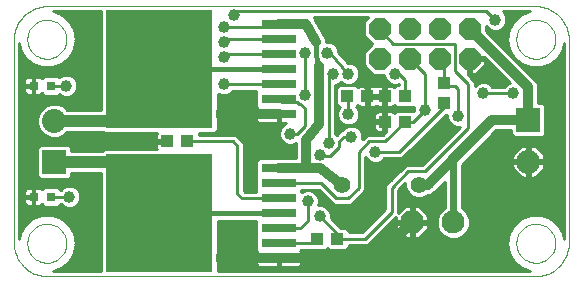
<source format=gtl>
G75*
G70*
%OFA0B0*%
%FSLAX24Y24*%
%IPPOS*%
%LPD*%
%AMOC8*
5,1,8,0,0,1.08239X$1,22.5*
%
%ADD10C,0.0000*%
%ADD11R,0.1181X0.0315*%
%ADD12R,0.3543X0.3937*%
%ADD13R,0.0394X0.0433*%
%ADD14R,0.0433X0.0394*%
%ADD15R,0.0315X0.0315*%
%ADD16R,0.0800X0.0800*%
%ADD17C,0.0800*%
%ADD18C,0.0760*%
%ADD19OC8,0.0760*%
%ADD20OC8,0.0740*%
%ADD21C,0.0400*%
%ADD22C,0.0160*%
%ADD23C,0.0320*%
%ADD24C,0.0240*%
%ADD25C,0.0554*%
%ADD26C,0.0397*%
%ADD27C,0.0100*%
%ADD28OC8,0.0436*%
D10*
X001269Y000756D02*
X017533Y000756D01*
X016901Y001856D02*
X016903Y001906D01*
X016909Y001956D01*
X016919Y002006D01*
X016932Y002054D01*
X016949Y002102D01*
X016970Y002148D01*
X016994Y002192D01*
X017022Y002234D01*
X017053Y002274D01*
X017087Y002311D01*
X017124Y002346D01*
X017163Y002377D01*
X017204Y002406D01*
X017248Y002431D01*
X017294Y002453D01*
X017341Y002471D01*
X017389Y002485D01*
X017438Y002496D01*
X017488Y002503D01*
X017538Y002506D01*
X017589Y002505D01*
X017639Y002500D01*
X017689Y002491D01*
X017737Y002479D01*
X017785Y002462D01*
X017831Y002442D01*
X017876Y002419D01*
X017919Y002392D01*
X017959Y002362D01*
X017997Y002329D01*
X018032Y002293D01*
X018065Y002254D01*
X018094Y002213D01*
X018120Y002170D01*
X018143Y002125D01*
X018162Y002078D01*
X018177Y002030D01*
X018189Y001981D01*
X018197Y001931D01*
X018201Y001881D01*
X018201Y001831D01*
X018197Y001781D01*
X018189Y001731D01*
X018177Y001682D01*
X018162Y001634D01*
X018143Y001587D01*
X018120Y001542D01*
X018094Y001499D01*
X018065Y001458D01*
X018032Y001419D01*
X017997Y001383D01*
X017959Y001350D01*
X017919Y001320D01*
X017876Y001293D01*
X017831Y001270D01*
X017785Y001250D01*
X017737Y001233D01*
X017689Y001221D01*
X017639Y001212D01*
X017589Y001207D01*
X017538Y001206D01*
X017488Y001209D01*
X017438Y001216D01*
X017389Y001227D01*
X017341Y001241D01*
X017294Y001259D01*
X017248Y001281D01*
X017204Y001306D01*
X017163Y001335D01*
X017124Y001366D01*
X017087Y001401D01*
X017053Y001438D01*
X017022Y001478D01*
X016994Y001520D01*
X016970Y001564D01*
X016949Y001610D01*
X016932Y001658D01*
X016919Y001706D01*
X016909Y001756D01*
X016903Y001806D01*
X016901Y001856D01*
X017533Y000756D02*
X017598Y000758D01*
X017663Y000764D01*
X017727Y000773D01*
X017791Y000786D01*
X017854Y000803D01*
X017915Y000823D01*
X017976Y000847D01*
X018035Y000875D01*
X018092Y000906D01*
X018147Y000940D01*
X018201Y000977D01*
X018252Y001018D01*
X018300Y001061D01*
X018346Y001107D01*
X018389Y001155D01*
X018430Y001206D01*
X018467Y001260D01*
X018501Y001315D01*
X018532Y001372D01*
X018560Y001431D01*
X018584Y001492D01*
X018604Y001553D01*
X018621Y001616D01*
X018634Y001680D01*
X018643Y001744D01*
X018649Y001809D01*
X018651Y001874D01*
X018651Y008638D01*
X016901Y008656D02*
X016903Y008706D01*
X016909Y008756D01*
X016919Y008806D01*
X016932Y008854D01*
X016949Y008902D01*
X016970Y008948D01*
X016994Y008992D01*
X017022Y009034D01*
X017053Y009074D01*
X017087Y009111D01*
X017124Y009146D01*
X017163Y009177D01*
X017204Y009206D01*
X017248Y009231D01*
X017294Y009253D01*
X017341Y009271D01*
X017389Y009285D01*
X017438Y009296D01*
X017488Y009303D01*
X017538Y009306D01*
X017589Y009305D01*
X017639Y009300D01*
X017689Y009291D01*
X017737Y009279D01*
X017785Y009262D01*
X017831Y009242D01*
X017876Y009219D01*
X017919Y009192D01*
X017959Y009162D01*
X017997Y009129D01*
X018032Y009093D01*
X018065Y009054D01*
X018094Y009013D01*
X018120Y008970D01*
X018143Y008925D01*
X018162Y008878D01*
X018177Y008830D01*
X018189Y008781D01*
X018197Y008731D01*
X018201Y008681D01*
X018201Y008631D01*
X018197Y008581D01*
X018189Y008531D01*
X018177Y008482D01*
X018162Y008434D01*
X018143Y008387D01*
X018120Y008342D01*
X018094Y008299D01*
X018065Y008258D01*
X018032Y008219D01*
X017997Y008183D01*
X017959Y008150D01*
X017919Y008120D01*
X017876Y008093D01*
X017831Y008070D01*
X017785Y008050D01*
X017737Y008033D01*
X017689Y008021D01*
X017639Y008012D01*
X017589Y008007D01*
X017538Y008006D01*
X017488Y008009D01*
X017438Y008016D01*
X017389Y008027D01*
X017341Y008041D01*
X017294Y008059D01*
X017248Y008081D01*
X017204Y008106D01*
X017163Y008135D01*
X017124Y008166D01*
X017087Y008201D01*
X017053Y008238D01*
X017022Y008278D01*
X016994Y008320D01*
X016970Y008364D01*
X016949Y008410D01*
X016932Y008458D01*
X016919Y008506D01*
X016909Y008556D01*
X016903Y008606D01*
X016901Y008656D01*
X017533Y009756D02*
X017598Y009754D01*
X017663Y009748D01*
X017727Y009739D01*
X017791Y009726D01*
X017854Y009709D01*
X017915Y009689D01*
X017976Y009665D01*
X018035Y009637D01*
X018092Y009606D01*
X018147Y009572D01*
X018201Y009535D01*
X018252Y009494D01*
X018300Y009451D01*
X018346Y009405D01*
X018389Y009357D01*
X018430Y009306D01*
X018467Y009252D01*
X018501Y009197D01*
X018532Y009140D01*
X018560Y009081D01*
X018584Y009020D01*
X018604Y008959D01*
X018621Y008896D01*
X018634Y008832D01*
X018643Y008768D01*
X018649Y008703D01*
X018651Y008638D01*
X017533Y009756D02*
X001269Y009756D01*
X000601Y008656D02*
X000603Y008706D01*
X000609Y008756D01*
X000619Y008806D01*
X000632Y008854D01*
X000649Y008902D01*
X000670Y008948D01*
X000694Y008992D01*
X000722Y009034D01*
X000753Y009074D01*
X000787Y009111D01*
X000824Y009146D01*
X000863Y009177D01*
X000904Y009206D01*
X000948Y009231D01*
X000994Y009253D01*
X001041Y009271D01*
X001089Y009285D01*
X001138Y009296D01*
X001188Y009303D01*
X001238Y009306D01*
X001289Y009305D01*
X001339Y009300D01*
X001389Y009291D01*
X001437Y009279D01*
X001485Y009262D01*
X001531Y009242D01*
X001576Y009219D01*
X001619Y009192D01*
X001659Y009162D01*
X001697Y009129D01*
X001732Y009093D01*
X001765Y009054D01*
X001794Y009013D01*
X001820Y008970D01*
X001843Y008925D01*
X001862Y008878D01*
X001877Y008830D01*
X001889Y008781D01*
X001897Y008731D01*
X001901Y008681D01*
X001901Y008631D01*
X001897Y008581D01*
X001889Y008531D01*
X001877Y008482D01*
X001862Y008434D01*
X001843Y008387D01*
X001820Y008342D01*
X001794Y008299D01*
X001765Y008258D01*
X001732Y008219D01*
X001697Y008183D01*
X001659Y008150D01*
X001619Y008120D01*
X001576Y008093D01*
X001531Y008070D01*
X001485Y008050D01*
X001437Y008033D01*
X001389Y008021D01*
X001339Y008012D01*
X001289Y008007D01*
X001238Y008006D01*
X001188Y008009D01*
X001138Y008016D01*
X001089Y008027D01*
X001041Y008041D01*
X000994Y008059D01*
X000948Y008081D01*
X000904Y008106D01*
X000863Y008135D01*
X000824Y008166D01*
X000787Y008201D01*
X000753Y008238D01*
X000722Y008278D01*
X000694Y008320D01*
X000670Y008364D01*
X000649Y008410D01*
X000632Y008458D01*
X000619Y008506D01*
X000609Y008556D01*
X000603Y008606D01*
X000601Y008656D01*
X000151Y008638D02*
X000151Y001874D01*
X000601Y001856D02*
X000603Y001906D01*
X000609Y001956D01*
X000619Y002006D01*
X000632Y002054D01*
X000649Y002102D01*
X000670Y002148D01*
X000694Y002192D01*
X000722Y002234D01*
X000753Y002274D01*
X000787Y002311D01*
X000824Y002346D01*
X000863Y002377D01*
X000904Y002406D01*
X000948Y002431D01*
X000994Y002453D01*
X001041Y002471D01*
X001089Y002485D01*
X001138Y002496D01*
X001188Y002503D01*
X001238Y002506D01*
X001289Y002505D01*
X001339Y002500D01*
X001389Y002491D01*
X001437Y002479D01*
X001485Y002462D01*
X001531Y002442D01*
X001576Y002419D01*
X001619Y002392D01*
X001659Y002362D01*
X001697Y002329D01*
X001732Y002293D01*
X001765Y002254D01*
X001794Y002213D01*
X001820Y002170D01*
X001843Y002125D01*
X001862Y002078D01*
X001877Y002030D01*
X001889Y001981D01*
X001897Y001931D01*
X001901Y001881D01*
X001901Y001831D01*
X001897Y001781D01*
X001889Y001731D01*
X001877Y001682D01*
X001862Y001634D01*
X001843Y001587D01*
X001820Y001542D01*
X001794Y001499D01*
X001765Y001458D01*
X001732Y001419D01*
X001697Y001383D01*
X001659Y001350D01*
X001619Y001320D01*
X001576Y001293D01*
X001531Y001270D01*
X001485Y001250D01*
X001437Y001233D01*
X001389Y001221D01*
X001339Y001212D01*
X001289Y001207D01*
X001238Y001206D01*
X001188Y001209D01*
X001138Y001216D01*
X001089Y001227D01*
X001041Y001241D01*
X000994Y001259D01*
X000948Y001281D01*
X000904Y001306D01*
X000863Y001335D01*
X000824Y001366D01*
X000787Y001401D01*
X000753Y001438D01*
X000722Y001478D01*
X000694Y001520D01*
X000670Y001564D01*
X000649Y001610D01*
X000632Y001658D01*
X000619Y001706D01*
X000609Y001756D01*
X000603Y001806D01*
X000601Y001856D01*
X000151Y001874D02*
X000153Y001809D01*
X000159Y001744D01*
X000168Y001680D01*
X000181Y001616D01*
X000198Y001553D01*
X000218Y001492D01*
X000242Y001431D01*
X000270Y001372D01*
X000301Y001315D01*
X000335Y001260D01*
X000372Y001206D01*
X000413Y001155D01*
X000456Y001107D01*
X000502Y001061D01*
X000550Y001018D01*
X000601Y000977D01*
X000655Y000940D01*
X000710Y000906D01*
X000767Y000875D01*
X000826Y000847D01*
X000887Y000823D01*
X000948Y000803D01*
X001011Y000786D01*
X001075Y000773D01*
X001139Y000764D01*
X001204Y000758D01*
X001269Y000756D01*
X000151Y008638D02*
X000153Y008703D01*
X000159Y008768D01*
X000168Y008832D01*
X000181Y008896D01*
X000198Y008959D01*
X000218Y009020D01*
X000242Y009081D01*
X000270Y009140D01*
X000301Y009197D01*
X000335Y009252D01*
X000372Y009306D01*
X000413Y009357D01*
X000456Y009405D01*
X000502Y009451D01*
X000550Y009494D01*
X000601Y009535D01*
X000655Y009572D01*
X000710Y009606D01*
X000767Y009637D01*
X000826Y009665D01*
X000887Y009689D01*
X000948Y009709D01*
X001011Y009726D01*
X001075Y009739D01*
X001139Y009748D01*
X001204Y009754D01*
X001269Y009756D01*
D11*
X008976Y009156D03*
X008976Y008656D03*
X008976Y008156D03*
X008976Y007656D03*
X008976Y007156D03*
X008976Y006656D03*
X008976Y006156D03*
X008976Y004356D03*
X008976Y003856D03*
X008976Y003356D03*
X008976Y002856D03*
X008976Y002356D03*
X008976Y001856D03*
X008976Y001356D03*
D12*
X004999Y002856D03*
X004999Y007656D03*
D13*
X014501Y007191D03*
X014501Y006521D03*
D14*
X013186Y006756D03*
X012517Y006756D03*
X011936Y006756D03*
X011267Y006756D03*
X012517Y005906D03*
X013186Y005906D03*
X010936Y002006D03*
X010267Y002006D03*
X005936Y005256D03*
X005267Y005256D03*
D15*
X001396Y007106D03*
X000806Y007106D03*
X000806Y003406D03*
X001396Y003406D03*
D16*
X001501Y004556D03*
X017301Y005956D03*
D17*
X017301Y004578D03*
X001501Y005934D03*
D18*
X014801Y002556D03*
D19*
X013426Y002556D03*
D20*
X013351Y008006D03*
X014351Y008006D03*
X015351Y008006D03*
X015351Y009006D03*
X014351Y009006D03*
X013351Y009006D03*
X012351Y009006D03*
X012351Y008006D03*
D21*
X004999Y007656D02*
X003277Y005934D01*
X001501Y005934D01*
X001501Y004556D02*
X003299Y004556D01*
X004999Y002856D01*
D22*
X008976Y002856D01*
X010276Y006476D02*
X010226Y008571D01*
X010331Y007766D02*
X010276Y006476D01*
X008976Y007656D02*
X004999Y007656D01*
X017301Y006006D02*
X017301Y005956D01*
D23*
X017301Y007056D01*
X015351Y009006D01*
X010226Y008571D02*
X009901Y009156D01*
X008976Y009156D01*
X010331Y007766D02*
X010326Y005826D01*
X010201Y005661D01*
X009901Y005306D01*
X009901Y004406D01*
X009851Y004356D01*
X008976Y004356D01*
X009851Y004356D02*
X010351Y004356D01*
X011101Y003806D01*
X013426Y002556D02*
X012226Y001356D01*
X008976Y001356D01*
X007151Y001356D01*
X013651Y003806D02*
X013951Y003806D01*
X014801Y004656D01*
X016101Y005956D01*
X017301Y005956D01*
X008976Y006156D02*
X007151Y006156D01*
D24*
X014801Y004656D02*
X014801Y002556D01*
D25*
X013651Y003806D03*
X011101Y003806D03*
X007151Y006156D03*
X007151Y001356D03*
D26*
X010351Y002756D03*
X009951Y003256D03*
X012401Y003056D03*
X012751Y004356D03*
X012201Y004906D03*
X011401Y005406D03*
X011951Y005656D03*
X011301Y006156D03*
X009851Y006806D03*
X010801Y007506D03*
X011301Y007506D03*
X010601Y008206D03*
X009851Y008206D03*
X010701Y008706D03*
X012851Y007506D03*
X013851Y006306D03*
X014951Y006106D03*
X015801Y006856D03*
X016801Y006856D03*
X016201Y009306D03*
X009351Y005506D03*
X010351Y004806D03*
X010651Y005206D03*
X007151Y007156D03*
X007151Y008056D03*
X007151Y008556D03*
X007151Y009056D03*
X007501Y009456D03*
X002801Y009056D03*
X001901Y007106D03*
X004651Y005256D03*
X002001Y003406D03*
D27*
X001396Y003406D01*
X001086Y003651D02*
X001083Y003655D01*
X001055Y003683D01*
X001021Y003703D01*
X000983Y003713D01*
X000835Y003713D01*
X000835Y003435D01*
X000777Y003435D01*
X000777Y003713D01*
X000629Y003713D01*
X000591Y003703D01*
X000556Y003683D01*
X000528Y003655D01*
X000509Y003621D01*
X000498Y003583D01*
X000498Y003435D01*
X000777Y003435D01*
X000777Y003377D01*
X000835Y003377D01*
X000835Y003098D01*
X000983Y003098D01*
X001021Y003109D01*
X001055Y003128D01*
X001083Y003156D01*
X001086Y003161D01*
X001169Y003078D01*
X001624Y003078D01*
X001716Y003170D01*
X001792Y003094D01*
X001928Y003037D01*
X002074Y003037D01*
X002210Y003094D01*
X002313Y003197D01*
X002370Y003333D01*
X002370Y003479D01*
X002313Y003615D01*
X002210Y003718D01*
X002074Y003774D01*
X001928Y003774D01*
X001792Y003718D01*
X001716Y003642D01*
X001624Y003733D01*
X001169Y003733D01*
X001086Y003651D01*
X001147Y003712D02*
X000987Y003712D01*
X000835Y003712D02*
X000777Y003712D01*
X000777Y003614D02*
X000835Y003614D01*
X000835Y003515D02*
X000777Y003515D01*
X000777Y003417D02*
X000321Y003417D01*
X000321Y003515D02*
X000498Y003515D01*
X000507Y003614D02*
X000321Y003614D01*
X000321Y003712D02*
X000624Y003712D01*
X000321Y003811D02*
X003057Y003811D01*
X003057Y003909D02*
X000321Y003909D01*
X000321Y004008D02*
X001009Y004008D01*
X001031Y003986D02*
X001972Y003986D01*
X002071Y004085D01*
X002071Y004186D01*
X003057Y004186D01*
X003057Y000926D01*
X001444Y000926D01*
X001728Y001029D01*
X001728Y001029D01*
X001982Y001242D01*
X001982Y001242D01*
X002148Y001529D01*
X002148Y001529D01*
X002206Y001856D01*
X002148Y002182D01*
X002148Y002182D01*
X001982Y002469D01*
X001728Y002682D01*
X001417Y002796D01*
X001417Y002796D01*
X001338Y002796D01*
X001251Y002796D01*
X001229Y002796D01*
X001164Y002796D01*
X001085Y002796D01*
X000774Y002682D01*
X000520Y002469D01*
X000354Y002182D01*
X000321Y001994D01*
X000321Y008517D01*
X000354Y008329D01*
X000520Y008042D01*
X000774Y007829D01*
X001085Y007716D01*
X001085Y007716D01*
X001251Y007716D01*
X001338Y007716D01*
X001417Y007716D01*
X001728Y007829D01*
X001728Y007829D01*
X001982Y008042D01*
X001982Y008042D01*
X002148Y008329D01*
X002148Y008329D01*
X002206Y008656D01*
X002148Y008982D01*
X002148Y008982D01*
X001982Y009269D01*
X001728Y009482D01*
X001444Y009586D01*
X003057Y009586D01*
X003057Y006304D01*
X001937Y006304D01*
X001824Y006417D01*
X001615Y006504D01*
X001388Y006504D01*
X001178Y006417D01*
X001018Y006257D01*
X000931Y006047D01*
X000931Y005820D01*
X001018Y005611D01*
X001178Y005451D01*
X001388Y005364D01*
X001615Y005364D01*
X001824Y005451D01*
X001937Y005564D01*
X003110Y005564D01*
X003157Y005517D01*
X004914Y005517D01*
X004910Y005511D01*
X004900Y005472D01*
X004900Y005304D01*
X005218Y005304D01*
X005218Y005207D01*
X004900Y005207D01*
X004900Y005039D01*
X004910Y005001D01*
X004914Y004994D01*
X003157Y004994D01*
X003088Y004926D01*
X002071Y004926D01*
X002071Y005026D01*
X001972Y005126D01*
X001031Y005126D01*
X000931Y005026D01*
X000931Y004085D01*
X001031Y003986D01*
X000931Y004106D02*
X000321Y004106D01*
X000321Y004205D02*
X000931Y004205D01*
X000931Y004303D02*
X000321Y004303D01*
X000321Y004402D02*
X000931Y004402D01*
X000931Y004501D02*
X000321Y004501D01*
X000321Y004599D02*
X000931Y004599D01*
X000931Y004698D02*
X000321Y004698D01*
X000321Y004796D02*
X000931Y004796D01*
X000931Y004895D02*
X000321Y004895D01*
X000321Y004993D02*
X000931Y004993D01*
X000997Y005092D02*
X000321Y005092D01*
X000321Y005190D02*
X004900Y005190D01*
X004900Y005092D02*
X002006Y005092D01*
X002071Y004993D02*
X003156Y004993D01*
X001859Y005486D02*
X004904Y005486D01*
X004900Y005387D02*
X001671Y005387D01*
X001331Y005387D02*
X000321Y005387D01*
X000321Y005289D02*
X005218Y005289D01*
X005267Y005256D02*
X004651Y005256D01*
X005936Y005256D02*
X007451Y005256D01*
X007601Y005106D01*
X007601Y003506D01*
X007751Y003356D01*
X008976Y003356D01*
X008238Y003606D02*
X008216Y003584D01*
X008216Y003576D01*
X007842Y003576D01*
X007821Y003597D01*
X007821Y005197D01*
X007692Y005326D01*
X007542Y005476D01*
X007360Y005476D01*
X006322Y005476D01*
X006322Y005517D01*
X006841Y005517D01*
X006940Y005617D01*
X006940Y006846D01*
X006942Y006844D01*
X007078Y006787D01*
X007224Y006787D01*
X007360Y006844D01*
X007452Y006936D01*
X008216Y006936D01*
X008216Y006928D01*
X008238Y006906D01*
X008216Y006884D01*
X008216Y006428D01*
X008256Y006388D01*
X008246Y006371D01*
X008236Y006333D01*
X008236Y006185D01*
X008947Y006185D01*
X008947Y006127D01*
X008236Y006127D01*
X008236Y005979D01*
X006940Y005979D01*
X006940Y006077D02*
X008236Y006077D01*
X008236Y005979D02*
X008246Y005941D01*
X008266Y005906D01*
X008294Y005878D01*
X008328Y005859D01*
X008366Y005848D01*
X008947Y005848D01*
X008947Y006127D01*
X009005Y006127D01*
X009005Y005848D01*
X009216Y005848D01*
X009142Y005818D01*
X009039Y005715D01*
X008983Y005579D01*
X008983Y005433D01*
X009039Y005297D01*
X009142Y005194D01*
X009278Y005137D01*
X009424Y005137D01*
X009560Y005194D01*
X009571Y005205D01*
X009571Y004686D01*
X008911Y004686D01*
X008904Y004683D01*
X008315Y004683D01*
X008216Y004584D01*
X008216Y004128D01*
X008238Y004106D01*
X008216Y004084D01*
X008216Y003628D01*
X008238Y003606D01*
X008230Y003614D02*
X007821Y003614D01*
X007821Y003712D02*
X008216Y003712D01*
X008216Y003811D02*
X007821Y003811D01*
X007821Y003909D02*
X008216Y003909D01*
X008216Y004008D02*
X007821Y004008D01*
X007821Y004106D02*
X008237Y004106D01*
X008216Y004205D02*
X007821Y004205D01*
X007821Y004303D02*
X008216Y004303D01*
X008216Y004402D02*
X007821Y004402D01*
X007821Y004501D02*
X008216Y004501D01*
X008231Y004599D02*
X007821Y004599D01*
X007821Y004698D02*
X009571Y004698D01*
X009571Y004796D02*
X007821Y004796D01*
X007821Y004895D02*
X009571Y004895D01*
X009571Y004993D02*
X007821Y004993D01*
X007821Y005092D02*
X009571Y005092D01*
X009571Y005190D02*
X009552Y005190D01*
X009150Y005190D02*
X007821Y005190D01*
X007729Y005289D02*
X009047Y005289D01*
X009001Y005387D02*
X007631Y005387D01*
X006908Y005585D02*
X008985Y005585D01*
X008983Y005486D02*
X006322Y005486D01*
X006940Y005683D02*
X009026Y005683D01*
X009106Y005782D02*
X006940Y005782D01*
X006940Y005880D02*
X008292Y005880D01*
X008947Y005880D02*
X009005Y005880D01*
X009005Y005979D02*
X008947Y005979D01*
X008947Y006077D02*
X009005Y006077D01*
X008947Y006176D02*
X006940Y006176D01*
X006940Y006274D02*
X008236Y006274D01*
X008247Y006373D02*
X006940Y006373D01*
X006940Y006471D02*
X008216Y006471D01*
X008216Y006570D02*
X006940Y006570D01*
X006940Y006669D02*
X008216Y006669D01*
X008216Y006767D02*
X006940Y006767D01*
X007151Y007156D02*
X008976Y007156D01*
X008976Y006656D02*
X009076Y006556D01*
X009601Y006556D01*
X009651Y006506D01*
X009701Y006506D01*
X009851Y006356D01*
X009851Y005756D01*
X009601Y005506D01*
X009351Y005506D01*
X010351Y004806D02*
X010401Y004756D01*
X010701Y004756D01*
X011001Y005056D01*
X011001Y005256D01*
X011151Y005406D01*
X011401Y005406D01*
X011157Y005683D02*
X010871Y005683D01*
X010871Y005585D02*
X011019Y005585D01*
X011060Y005626D02*
X010910Y005476D01*
X010906Y005472D01*
X010871Y005507D01*
X010871Y007137D01*
X010874Y007137D01*
X011010Y007194D01*
X011051Y007235D01*
X011092Y007194D01*
X011228Y007137D01*
X011374Y007137D01*
X011510Y007194D01*
X011613Y007297D01*
X011670Y007433D01*
X011670Y007579D01*
X011613Y007715D01*
X011510Y007818D01*
X011374Y007874D01*
X011275Y007874D01*
X010970Y008231D01*
X010970Y008279D01*
X010913Y008415D01*
X010810Y008518D01*
X010674Y008574D01*
X010558Y008574D01*
X010546Y008674D01*
X010199Y009300D01*
X010181Y009343D01*
X010167Y009356D01*
X010158Y009374D01*
X010142Y009386D01*
X011968Y009386D01*
X011811Y009230D01*
X011811Y008782D01*
X012088Y008506D01*
X011811Y008230D01*
X011811Y007782D01*
X012128Y007466D01*
X012483Y007466D01*
X012483Y007433D01*
X012539Y007297D01*
X012642Y007194D01*
X012778Y007137D01*
X012924Y007137D01*
X012981Y007161D01*
X012981Y007123D01*
X012899Y007123D01*
X012837Y007061D01*
X012825Y007073D01*
X012791Y007092D01*
X012753Y007103D01*
X012565Y007103D01*
X012565Y006805D01*
X012468Y006805D01*
X012468Y007103D01*
X012280Y007103D01*
X012242Y007092D01*
X012226Y007083D01*
X012210Y007092D01*
X012172Y007103D01*
X011984Y007103D01*
X011984Y006805D01*
X011887Y006805D01*
X011887Y007103D01*
X011700Y007103D01*
X011661Y007092D01*
X011627Y007073D01*
X011615Y007061D01*
X011553Y007123D01*
X010980Y007123D01*
X010880Y007023D01*
X010880Y006489D01*
X010980Y006389D01*
X011013Y006389D01*
X010989Y006365D01*
X010933Y006229D01*
X010933Y006083D01*
X010989Y005947D01*
X011092Y005844D01*
X011228Y005787D01*
X011374Y005787D01*
X011510Y005844D01*
X011613Y005947D01*
X011670Y006083D01*
X011670Y006229D01*
X011613Y006365D01*
X011571Y006407D01*
X011615Y006451D01*
X011627Y006439D01*
X011661Y006419D01*
X011700Y006409D01*
X011887Y006409D01*
X011887Y006707D01*
X011984Y006707D01*
X011984Y006409D01*
X012172Y006409D01*
X012210Y006419D01*
X012226Y006429D01*
X012242Y006419D01*
X012280Y006409D01*
X012468Y006409D01*
X012468Y006707D01*
X012565Y006707D01*
X012565Y006409D01*
X012753Y006409D01*
X012791Y006419D01*
X012825Y006439D01*
X012837Y006451D01*
X012899Y006389D01*
X013473Y006389D01*
X013497Y006413D01*
X013483Y006379D01*
X013483Y006263D01*
X013473Y006273D01*
X012899Y006273D01*
X012837Y006211D01*
X012825Y006223D01*
X012791Y006242D01*
X012753Y006253D01*
X012565Y006253D01*
X012565Y005955D01*
X012468Y005955D01*
X012468Y006253D01*
X012280Y006253D01*
X012242Y006242D01*
X012208Y006223D01*
X012180Y006195D01*
X012160Y006161D01*
X012150Y006122D01*
X012150Y005954D01*
X012468Y005954D01*
X012468Y005857D01*
X012565Y005857D01*
X012565Y005596D01*
X012445Y005476D01*
X011910Y005476D01*
X011781Y005347D01*
X011770Y005335D01*
X011770Y005479D01*
X011713Y005615D01*
X011610Y005718D01*
X011474Y005774D01*
X011328Y005774D01*
X011192Y005718D01*
X011100Y005626D01*
X011060Y005626D01*
X010920Y005486D02*
X010892Y005486D01*
X010871Y005782D02*
X012150Y005782D01*
X012150Y005857D02*
X012150Y005689D01*
X012160Y005651D01*
X012180Y005617D01*
X012208Y005589D01*
X012242Y005569D01*
X012280Y005559D01*
X012468Y005559D01*
X012468Y005857D01*
X012150Y005857D01*
X012201Y005906D02*
X011951Y005656D01*
X012152Y005683D02*
X011645Y005683D01*
X011726Y005585D02*
X012216Y005585D01*
X012468Y005585D02*
X012553Y005585D01*
X012565Y005683D02*
X012468Y005683D01*
X012468Y005782D02*
X012565Y005782D01*
X012468Y005880D02*
X011546Y005880D01*
X011626Y005979D02*
X012150Y005979D01*
X012201Y005906D02*
X012517Y005906D01*
X012517Y006756D01*
X011936Y006756D01*
X011936Y006971D01*
X011651Y007256D01*
X011651Y007856D01*
X010701Y008706D01*
X010550Y008639D02*
X011954Y008639D01*
X012053Y008541D02*
X010755Y008541D01*
X010886Y008442D02*
X012024Y008442D01*
X011925Y008344D02*
X010943Y008344D01*
X010970Y008245D02*
X011827Y008245D01*
X011811Y008147D02*
X011042Y008147D01*
X011126Y008048D02*
X011811Y008048D01*
X011811Y007950D02*
X011211Y007950D01*
X011431Y007851D02*
X011811Y007851D01*
X011841Y007752D02*
X011576Y007752D01*
X011639Y007654D02*
X011939Y007654D01*
X012038Y007555D02*
X011670Y007555D01*
X011670Y007457D02*
X012483Y007457D01*
X012514Y007358D02*
X011639Y007358D01*
X011576Y007260D02*
X012576Y007260D01*
X012721Y007161D02*
X011432Y007161D01*
X011614Y007063D02*
X011617Y007063D01*
X011887Y007063D02*
X011984Y007063D01*
X011984Y006964D02*
X011887Y006964D01*
X011887Y006866D02*
X011984Y006866D01*
X011984Y006804D02*
X012150Y006804D01*
X012468Y006804D01*
X012468Y006707D01*
X012150Y006707D01*
X011984Y006707D01*
X011984Y006804D01*
X011984Y006767D02*
X012468Y006767D01*
X012468Y006669D02*
X012565Y006669D01*
X012565Y006570D02*
X012468Y006570D01*
X012468Y006471D02*
X012565Y006471D01*
X012565Y006176D02*
X012468Y006176D01*
X012468Y006077D02*
X012565Y006077D01*
X012565Y005979D02*
X012468Y005979D01*
X012150Y006077D02*
X011667Y006077D01*
X011670Y006176D02*
X012169Y006176D01*
X011984Y006471D02*
X011887Y006471D01*
X011887Y006570D02*
X011984Y006570D01*
X011984Y006669D02*
X011887Y006669D01*
X011605Y006373D02*
X013483Y006373D01*
X013483Y006274D02*
X011651Y006274D01*
X011301Y006156D02*
X011301Y006721D01*
X011267Y006756D01*
X010880Y006767D02*
X010871Y006767D01*
X010871Y006669D02*
X010880Y006669D01*
X010871Y006570D02*
X010880Y006570D01*
X010871Y006471D02*
X010897Y006471D01*
X010871Y006373D02*
X010997Y006373D01*
X010951Y006274D02*
X010871Y006274D01*
X010871Y006176D02*
X010933Y006176D01*
X010935Y006077D02*
X010871Y006077D01*
X010871Y005979D02*
X010976Y005979D01*
X011056Y005880D02*
X010871Y005880D01*
X011767Y005486D02*
X012455Y005486D01*
X012536Y005256D02*
X012001Y005256D01*
X011651Y004906D01*
X011651Y003706D01*
X011301Y003356D01*
X010901Y003356D01*
X010401Y003856D01*
X008976Y003856D01*
X009715Y003606D02*
X009737Y003628D01*
X009737Y003636D01*
X010310Y003636D01*
X010681Y003265D01*
X010810Y003136D01*
X011210Y003136D01*
X011392Y003136D01*
X011871Y003615D01*
X011871Y003797D01*
X011871Y004740D01*
X011889Y004697D01*
X011992Y004594D01*
X012128Y004537D01*
X012274Y004537D01*
X012410Y004594D01*
X012502Y004686D01*
X013092Y004686D01*
X013221Y004815D01*
X014541Y006135D01*
X014583Y006135D01*
X014583Y006033D01*
X014639Y005897D01*
X014742Y005794D01*
X014878Y005737D01*
X015022Y005737D01*
X013760Y004476D01*
X013210Y004476D01*
X013081Y004347D01*
X012531Y003797D01*
X012531Y003615D01*
X012531Y002997D01*
X011760Y002226D01*
X011322Y002226D01*
X011322Y002273D01*
X011223Y002373D01*
X011045Y002373D01*
X011027Y002391D01*
X010720Y002699D01*
X010720Y002829D01*
X010663Y002965D01*
X010560Y003068D01*
X010424Y003124D01*
X010295Y003124D01*
X010320Y003183D01*
X010320Y003329D01*
X010263Y003465D01*
X010160Y003568D01*
X010024Y003624D01*
X009878Y003624D01*
X009742Y003568D01*
X009737Y003562D01*
X009737Y003584D01*
X009715Y003606D01*
X009722Y003614D02*
X009852Y003614D01*
X010050Y003614D02*
X010332Y003614D01*
X010431Y003515D02*
X010213Y003515D01*
X010283Y003417D02*
X010529Y003417D01*
X010628Y003318D02*
X010320Y003318D01*
X010320Y003219D02*
X010726Y003219D01*
X010606Y003022D02*
X012531Y003022D01*
X012531Y003121D02*
X010433Y003121D01*
X010680Y002924D02*
X012458Y002924D01*
X012359Y002825D02*
X010720Y002825D01*
X010720Y002727D02*
X012261Y002727D01*
X012162Y002628D02*
X010790Y002628D01*
X010888Y002530D02*
X012064Y002530D01*
X011965Y002431D02*
X010987Y002431D01*
X011263Y002333D02*
X011867Y002333D01*
X011768Y002234D02*
X011322Y002234D01*
X010936Y002171D02*
X010936Y002006D01*
X011851Y002006D01*
X012751Y002906D01*
X012751Y003706D01*
X013301Y004256D01*
X013851Y004256D01*
X015301Y005706D01*
X015301Y007156D01*
X014851Y007606D01*
X014851Y008506D01*
X012801Y008506D01*
X012351Y008956D01*
X012351Y009006D01*
X011811Y009034D02*
X010347Y009034D01*
X010292Y009132D02*
X011811Y009132D01*
X011812Y009231D02*
X010237Y009231D01*
X010187Y009329D02*
X011911Y009329D01*
X011811Y008935D02*
X010401Y008935D01*
X010456Y008836D02*
X011811Y008836D01*
X011856Y008738D02*
X010511Y008738D01*
X010601Y008206D02*
X010701Y008206D01*
X011301Y007506D01*
X010801Y007506D02*
X010651Y007356D01*
X010651Y005206D01*
X011770Y005387D02*
X011822Y005387D01*
X011781Y005347D02*
X011781Y005347D01*
X012201Y004906D02*
X013001Y004906D01*
X014501Y006406D01*
X014501Y006521D01*
X014484Y006077D02*
X014583Y006077D01*
X014605Y005979D02*
X014385Y005979D01*
X014286Y005880D02*
X014656Y005880D01*
X014771Y005782D02*
X014188Y005782D01*
X014089Y005683D02*
X014967Y005683D01*
X014869Y005585D02*
X013991Y005585D01*
X013892Y005486D02*
X014770Y005486D01*
X014672Y005387D02*
X013794Y005387D01*
X013695Y005289D02*
X014573Y005289D01*
X014475Y005190D02*
X013597Y005190D01*
X013498Y005092D02*
X014376Y005092D01*
X014277Y004993D02*
X013400Y004993D01*
X013301Y004895D02*
X014179Y004895D01*
X014080Y004796D02*
X013203Y004796D01*
X013104Y004698D02*
X013982Y004698D01*
X013883Y004599D02*
X012415Y004599D01*
X012751Y004356D02*
X012751Y004006D01*
X012401Y003656D01*
X012401Y003056D01*
X012531Y003219D02*
X011476Y003219D01*
X011574Y003318D02*
X012531Y003318D01*
X012531Y003417D02*
X011673Y003417D01*
X011771Y003515D02*
X012531Y003515D01*
X012531Y003614D02*
X011870Y003614D01*
X011871Y003712D02*
X012531Y003712D01*
X012545Y003811D02*
X011871Y003811D01*
X011871Y003909D02*
X012643Y003909D01*
X012742Y004008D02*
X011871Y004008D01*
X011871Y004106D02*
X012841Y004106D01*
X012939Y004205D02*
X011871Y004205D01*
X011871Y004303D02*
X013038Y004303D01*
X013136Y004402D02*
X011871Y004402D01*
X011871Y004501D02*
X013785Y004501D01*
X014511Y003899D02*
X014511Y003031D01*
X014490Y003022D01*
X014335Y002867D01*
X014251Y002665D01*
X014251Y002446D01*
X014335Y002244D01*
X014490Y002090D01*
X014692Y002006D01*
X014911Y002006D01*
X015113Y002090D01*
X015267Y002244D01*
X015351Y002446D01*
X015351Y002665D01*
X015267Y002867D01*
X015113Y003022D01*
X015091Y003031D01*
X015091Y004479D01*
X016238Y005626D01*
X016731Y005626D01*
X016731Y005485D01*
X016831Y005386D01*
X017772Y005386D01*
X017871Y005485D01*
X017871Y006426D01*
X017772Y006526D01*
X017631Y006526D01*
X017631Y006990D01*
X017631Y007122D01*
X017581Y007243D01*
X015891Y008933D01*
X015891Y009095D01*
X015992Y008994D01*
X016128Y008937D01*
X016274Y008937D01*
X016410Y008994D01*
X016513Y009097D01*
X016570Y009233D01*
X016570Y009379D01*
X016513Y009515D01*
X016442Y009586D01*
X017358Y009586D01*
X017074Y009482D01*
X016820Y009269D01*
X016654Y008982D01*
X016597Y008656D01*
X016654Y008329D01*
X016820Y008042D01*
X017074Y007829D01*
X017385Y007716D01*
X017385Y007716D01*
X017464Y007716D01*
X017551Y007716D01*
X017717Y007716D01*
X018028Y007829D01*
X018028Y007829D01*
X018282Y008042D01*
X018282Y008042D01*
X018448Y008329D01*
X018448Y008329D01*
X018481Y008517D01*
X018481Y001994D01*
X018448Y002182D01*
X018448Y002182D01*
X018282Y002469D01*
X018028Y002682D01*
X017717Y002796D01*
X017717Y002796D01*
X017638Y002796D01*
X017551Y002796D01*
X017545Y002796D01*
X017464Y002796D01*
X017385Y002796D01*
X017074Y002682D01*
X016820Y002469D01*
X016654Y002182D01*
X016597Y001856D01*
X016654Y001529D01*
X016820Y001242D01*
X017074Y001029D01*
X017358Y000926D01*
X006940Y000926D01*
X006940Y002606D01*
X008238Y002606D01*
X008216Y002584D01*
X008216Y002128D01*
X008238Y002106D01*
X008216Y002084D01*
X008216Y001628D01*
X008256Y001588D01*
X008246Y001571D01*
X008236Y001533D01*
X008236Y001385D01*
X008947Y001385D01*
X008947Y001327D01*
X008236Y001327D01*
X008236Y001179D01*
X008246Y001141D01*
X008266Y001106D01*
X008294Y001078D01*
X008328Y001059D01*
X008366Y001048D01*
X008947Y001048D01*
X008947Y001327D01*
X009005Y001327D01*
X009005Y001048D01*
X009586Y001048D01*
X009625Y001059D01*
X009659Y001078D01*
X009687Y001106D01*
X009706Y001141D01*
X009717Y001179D01*
X009717Y001327D01*
X009005Y001327D01*
X009005Y001385D01*
X009717Y001385D01*
X009717Y001533D01*
X009706Y001571D01*
X009697Y001588D01*
X009737Y001628D01*
X009737Y001636D01*
X010208Y001636D01*
X010211Y001639D01*
X010553Y001639D01*
X010601Y001687D01*
X010649Y001639D01*
X011223Y001639D01*
X011322Y001739D01*
X011322Y001786D01*
X011760Y001786D01*
X011942Y001786D01*
X012842Y002686D01*
X012896Y002740D01*
X012896Y002606D01*
X013376Y002606D01*
X013376Y002506D01*
X012896Y002506D01*
X012896Y002336D01*
X013207Y002026D01*
X013376Y002026D01*
X013376Y002506D01*
X013476Y002506D01*
X013476Y002026D01*
X013646Y002026D01*
X013956Y002336D01*
X013956Y002506D01*
X013476Y002506D01*
X013476Y002606D01*
X013376Y002606D01*
X013376Y003086D01*
X013207Y003086D01*
X012971Y002850D01*
X012971Y003615D01*
X013204Y003848D01*
X013204Y003717D01*
X013272Y003553D01*
X013398Y003427D01*
X013562Y003359D01*
X013740Y003359D01*
X013904Y003427D01*
X013954Y003476D01*
X014017Y003476D01*
X014138Y003526D01*
X014511Y003899D01*
X014511Y003811D02*
X014423Y003811D01*
X014511Y003712D02*
X014324Y003712D01*
X014226Y003614D02*
X014511Y003614D01*
X014511Y003515D02*
X014111Y003515D01*
X013880Y003417D02*
X014511Y003417D01*
X014511Y003318D02*
X012971Y003318D01*
X012971Y003219D02*
X014511Y003219D01*
X014511Y003121D02*
X012971Y003121D01*
X012971Y003022D02*
X013143Y003022D01*
X013045Y002924D02*
X012971Y002924D01*
X012896Y002727D02*
X012883Y002727D01*
X012896Y002628D02*
X012785Y002628D01*
X012686Y002530D02*
X013376Y002530D01*
X013376Y002628D02*
X013476Y002628D01*
X013476Y002606D02*
X013476Y003086D01*
X013646Y003086D01*
X013956Y002775D01*
X013956Y002606D01*
X013476Y002606D01*
X013476Y002530D02*
X014251Y002530D01*
X014251Y002628D02*
X013956Y002628D01*
X013956Y002727D02*
X014277Y002727D01*
X014317Y002825D02*
X013906Y002825D01*
X013808Y002924D02*
X014391Y002924D01*
X014490Y003022D02*
X013709Y003022D01*
X013476Y003022D02*
X013376Y003022D01*
X013376Y002924D02*
X013476Y002924D01*
X013476Y002825D02*
X013376Y002825D01*
X013376Y002727D02*
X013476Y002727D01*
X013476Y002431D02*
X013376Y002431D01*
X013376Y002333D02*
X013476Y002333D01*
X013476Y002234D02*
X013376Y002234D01*
X013376Y002136D02*
X013476Y002136D01*
X013476Y002037D02*
X013376Y002037D01*
X013196Y002037D02*
X012193Y002037D01*
X012095Y001938D02*
X016611Y001938D01*
X016597Y001856D02*
X016597Y001856D01*
X016599Y001840D02*
X011996Y001840D01*
X012292Y002136D02*
X013097Y002136D01*
X012999Y002234D02*
X012390Y002234D01*
X012489Y002333D02*
X012900Y002333D01*
X012896Y002431D02*
X012588Y002431D01*
X013657Y002037D02*
X014617Y002037D01*
X014444Y002136D02*
X013755Y002136D01*
X013854Y002234D02*
X014345Y002234D01*
X014298Y002333D02*
X013952Y002333D01*
X013956Y002431D02*
X014258Y002431D01*
X014986Y002037D02*
X016629Y002037D01*
X016646Y002136D02*
X015159Y002136D01*
X015257Y002234D02*
X016684Y002234D01*
X016654Y002182D02*
X016654Y002182D01*
X016741Y002333D02*
X015304Y002333D01*
X015345Y002431D02*
X016798Y002431D01*
X016820Y002469D02*
X016820Y002469D01*
X016820Y002469D01*
X016892Y002530D02*
X015351Y002530D01*
X015351Y002628D02*
X017009Y002628D01*
X017074Y002682D02*
X017074Y002682D01*
X017196Y002727D02*
X015326Y002727D01*
X015285Y002825D02*
X018481Y002825D01*
X018481Y002727D02*
X017907Y002727D01*
X018028Y002682D02*
X018028Y002682D01*
X018093Y002628D02*
X018481Y002628D01*
X018481Y002530D02*
X018211Y002530D01*
X018282Y002469D02*
X018282Y002469D01*
X018304Y002431D02*
X018481Y002431D01*
X018481Y002333D02*
X018361Y002333D01*
X018418Y002234D02*
X018481Y002234D01*
X018481Y002136D02*
X018456Y002136D01*
X018474Y002037D02*
X018481Y002037D01*
X017385Y002796D02*
X017385Y002796D01*
X018481Y002924D02*
X015211Y002924D01*
X015112Y003022D02*
X018481Y003022D01*
X018481Y003121D02*
X015091Y003121D01*
X015091Y003219D02*
X018481Y003219D01*
X018481Y003318D02*
X015091Y003318D01*
X015091Y003417D02*
X018481Y003417D01*
X018481Y003515D02*
X015091Y003515D01*
X015091Y003614D02*
X018481Y003614D01*
X018481Y003712D02*
X015091Y003712D01*
X015091Y003811D02*
X018481Y003811D01*
X018481Y003909D02*
X015091Y003909D01*
X015091Y004008D02*
X018481Y004008D01*
X018481Y004106D02*
X017587Y004106D01*
X017589Y004108D02*
X017512Y004068D01*
X017430Y004041D01*
X017351Y004029D01*
X017351Y004528D01*
X017251Y004528D01*
X016752Y004528D01*
X016765Y004449D01*
X016791Y004367D01*
X016831Y004290D01*
X016882Y004220D01*
X016943Y004158D01*
X017013Y004108D01*
X017090Y004068D01*
X017172Y004041D01*
X017251Y004029D01*
X017251Y004528D01*
X017251Y004628D01*
X016752Y004628D01*
X016765Y004707D01*
X016791Y004789D01*
X016831Y004866D01*
X016882Y004936D01*
X016943Y004997D01*
X017013Y005048D01*
X017090Y005088D01*
X017172Y005114D01*
X017251Y005127D01*
X017251Y004628D01*
X017351Y004628D01*
X017351Y005127D01*
X017430Y005114D01*
X017512Y005088D01*
X017589Y005048D01*
X017659Y004997D01*
X017721Y004936D01*
X017772Y004866D01*
X017811Y004789D01*
X017838Y004707D01*
X017850Y004628D01*
X017351Y004628D01*
X017351Y004528D01*
X017850Y004528D01*
X017838Y004449D01*
X017811Y004367D01*
X017772Y004290D01*
X017721Y004220D01*
X017659Y004158D01*
X017589Y004108D01*
X017706Y004205D02*
X018481Y004205D01*
X018481Y004303D02*
X017779Y004303D01*
X017822Y004402D02*
X018481Y004402D01*
X018481Y004501D02*
X017846Y004501D01*
X017839Y004698D02*
X018481Y004698D01*
X018481Y004796D02*
X017807Y004796D01*
X017751Y004895D02*
X018481Y004895D01*
X018481Y004993D02*
X017664Y004993D01*
X017499Y005092D02*
X018481Y005092D01*
X018481Y005190D02*
X015802Y005190D01*
X015704Y005092D02*
X017103Y005092D01*
X017251Y005092D02*
X017351Y005092D01*
X017351Y004993D02*
X017251Y004993D01*
X017251Y004895D02*
X017351Y004895D01*
X017351Y004796D02*
X017251Y004796D01*
X017251Y004698D02*
X017351Y004698D01*
X017351Y004599D02*
X018481Y004599D01*
X017351Y004501D02*
X017251Y004501D01*
X017251Y004599D02*
X015211Y004599D01*
X015112Y004501D02*
X016757Y004501D01*
X016780Y004402D02*
X015091Y004402D01*
X015091Y004303D02*
X016824Y004303D01*
X016896Y004205D02*
X015091Y004205D01*
X015091Y004106D02*
X017015Y004106D01*
X017251Y004106D02*
X017351Y004106D01*
X017351Y004205D02*
X017251Y004205D01*
X017251Y004303D02*
X017351Y004303D01*
X017351Y004402D02*
X017251Y004402D01*
X016763Y004698D02*
X015310Y004698D01*
X015408Y004796D02*
X016795Y004796D01*
X016852Y004895D02*
X015507Y004895D01*
X015605Y004993D02*
X016939Y004993D01*
X016829Y005387D02*
X015999Y005387D01*
X015901Y005289D02*
X018481Y005289D01*
X018481Y005387D02*
X017773Y005387D01*
X017871Y005486D02*
X018481Y005486D01*
X018481Y005585D02*
X017871Y005585D01*
X017871Y005683D02*
X018481Y005683D01*
X018481Y005782D02*
X017871Y005782D01*
X017871Y005880D02*
X018481Y005880D01*
X018481Y005979D02*
X017871Y005979D01*
X017871Y006077D02*
X018481Y006077D01*
X018481Y006176D02*
X017871Y006176D01*
X017871Y006274D02*
X018481Y006274D01*
X018481Y006373D02*
X017871Y006373D01*
X017826Y006471D02*
X018481Y006471D01*
X018481Y006570D02*
X017631Y006570D01*
X017631Y006669D02*
X018481Y006669D01*
X018481Y006767D02*
X017631Y006767D01*
X017631Y006866D02*
X018481Y006866D01*
X018481Y006964D02*
X017631Y006964D01*
X017631Y007063D02*
X018481Y007063D01*
X018481Y007161D02*
X017615Y007161D01*
X017564Y007260D02*
X018481Y007260D01*
X018481Y007358D02*
X017465Y007358D01*
X017367Y007457D02*
X018481Y007457D01*
X018481Y007555D02*
X017268Y007555D01*
X017170Y007654D02*
X018481Y007654D01*
X018481Y007752D02*
X017817Y007752D01*
X017717Y007716D02*
X017717Y007716D01*
X018054Y007851D02*
X018481Y007851D01*
X018481Y007950D02*
X018172Y007950D01*
X018282Y008042D02*
X018282Y008042D01*
X018286Y008048D02*
X018481Y008048D01*
X018481Y008147D02*
X018343Y008147D01*
X018399Y008245D02*
X018481Y008245D01*
X018481Y008344D02*
X018451Y008344D01*
X018468Y008442D02*
X018481Y008442D01*
X017285Y007752D02*
X017071Y007752D01*
X017074Y007829D02*
X017074Y007829D01*
X017048Y007851D02*
X016973Y007851D01*
X016931Y007950D02*
X016874Y007950D01*
X016820Y008042D02*
X016820Y008042D01*
X016817Y008048D02*
X016776Y008048D01*
X016760Y008147D02*
X016677Y008147D01*
X016703Y008245D02*
X016579Y008245D01*
X016654Y008329D02*
X016654Y008329D01*
X016652Y008344D02*
X016480Y008344D01*
X016381Y008442D02*
X016634Y008442D01*
X016617Y008541D02*
X016283Y008541D01*
X016184Y008639D02*
X016600Y008639D01*
X016597Y008656D02*
X016597Y008656D01*
X016611Y008738D02*
X016086Y008738D01*
X015987Y008836D02*
X016629Y008836D01*
X016646Y008935D02*
X015891Y008935D01*
X015891Y009034D02*
X015953Y009034D01*
X016201Y009306D02*
X015901Y009606D01*
X007651Y009606D01*
X007501Y009456D01*
X007151Y009056D02*
X008876Y009056D01*
X008976Y009156D01*
X008926Y009206D01*
X008976Y008656D02*
X007251Y008656D01*
X007151Y008556D01*
X007251Y008156D02*
X007151Y008056D01*
X007251Y008156D02*
X008976Y008156D01*
X009851Y008206D02*
X009851Y006806D01*
X010871Y006866D02*
X010880Y006866D01*
X010871Y006964D02*
X010880Y006964D01*
X010871Y007063D02*
X010920Y007063D01*
X010932Y007161D02*
X011171Y007161D01*
X012468Y007063D02*
X012565Y007063D01*
X012565Y006964D02*
X012468Y006964D01*
X012468Y006866D02*
X012565Y006866D01*
X012835Y007063D02*
X012839Y007063D01*
X013201Y007306D02*
X013001Y007506D01*
X012851Y007506D01*
X013201Y007306D02*
X013201Y006771D01*
X013186Y006756D01*
X013851Y006306D02*
X013851Y007506D01*
X013351Y008006D01*
X014351Y008006D02*
X014501Y007856D01*
X014501Y007191D01*
X014586Y007106D01*
X014851Y007106D01*
X014951Y007006D01*
X014951Y006106D01*
X013851Y006306D02*
X013451Y005906D01*
X013186Y005906D01*
X012536Y005256D01*
X011889Y004698D02*
X011871Y004698D01*
X011871Y004599D02*
X011987Y004599D01*
X013167Y003811D02*
X013204Y003811D01*
X013206Y003712D02*
X013069Y003712D01*
X012971Y003614D02*
X013247Y003614D01*
X013310Y003515D02*
X012971Y003515D01*
X012971Y003417D02*
X013423Y003417D01*
X010936Y002171D02*
X010351Y002756D01*
X009951Y002606D02*
X009951Y003256D01*
X009951Y002606D02*
X009701Y002356D01*
X008976Y002356D01*
X008216Y002333D02*
X006940Y002333D01*
X006940Y002431D02*
X008216Y002431D01*
X008216Y002530D02*
X006940Y002530D01*
X006940Y002234D02*
X008216Y002234D01*
X008216Y002136D02*
X006940Y002136D01*
X006940Y002037D02*
X008216Y002037D01*
X008216Y001938D02*
X006940Y001938D01*
X006940Y001840D02*
X008216Y001840D01*
X008216Y001741D02*
X006940Y001741D01*
X006940Y001643D02*
X008216Y001643D01*
X008239Y001544D02*
X006940Y001544D01*
X006940Y001446D02*
X008236Y001446D01*
X008236Y001249D02*
X006940Y001249D01*
X006940Y001347D02*
X008947Y001347D01*
X009005Y001347D02*
X016759Y001347D01*
X016703Y001446D02*
X009717Y001446D01*
X009714Y001544D02*
X016652Y001544D01*
X016654Y001529D02*
X016654Y001529D01*
X016634Y001643D02*
X011226Y001643D01*
X011322Y001741D02*
X016617Y001741D01*
X016816Y001249D02*
X009717Y001249D01*
X009709Y001150D02*
X016930Y001150D01*
X016820Y001242D02*
X016820Y001242D01*
X017047Y001052D02*
X009598Y001052D01*
X009005Y001052D02*
X008947Y001052D01*
X008947Y001150D02*
X009005Y001150D01*
X009005Y001249D02*
X008947Y001249D01*
X008354Y001052D02*
X006940Y001052D01*
X006940Y001150D02*
X008243Y001150D01*
X008976Y001856D02*
X010117Y001856D01*
X010267Y002006D01*
X010557Y001643D02*
X010645Y001643D01*
X008238Y002606D02*
X008238Y002606D01*
X006940Y000953D02*
X017284Y000953D01*
X017074Y001029D02*
X017074Y001029D01*
X016731Y005486D02*
X016098Y005486D01*
X016196Y005585D02*
X016731Y005585D01*
X016801Y006856D02*
X015801Y006856D01*
X015521Y007097D02*
X015521Y007247D01*
X015392Y007376D01*
X015282Y007486D01*
X015301Y007486D01*
X015301Y007956D01*
X015401Y007956D01*
X015401Y007486D01*
X015567Y007486D01*
X015871Y007791D01*
X015871Y007956D01*
X015401Y007956D01*
X015401Y008056D01*
X015835Y008056D01*
X016684Y007206D01*
X016592Y007168D01*
X016500Y007076D01*
X016102Y007076D01*
X016010Y007168D01*
X015874Y007224D01*
X015728Y007224D01*
X015592Y007168D01*
X015521Y007097D01*
X015521Y007161D02*
X015586Y007161D01*
X015508Y007260D02*
X016631Y007260D01*
X016586Y007161D02*
X016017Y007161D01*
X016532Y007358D02*
X015410Y007358D01*
X015311Y007457D02*
X016434Y007457D01*
X016335Y007555D02*
X015636Y007555D01*
X015735Y007654D02*
X016236Y007654D01*
X016138Y007752D02*
X015833Y007752D01*
X015871Y007851D02*
X016039Y007851D01*
X015941Y007950D02*
X015871Y007950D01*
X015842Y008048D02*
X015401Y008048D01*
X015401Y007950D02*
X015301Y007950D01*
X015301Y007851D02*
X015401Y007851D01*
X015401Y007752D02*
X015301Y007752D01*
X015301Y007654D02*
X015401Y007654D01*
X015401Y007555D02*
X015301Y007555D01*
X016450Y009034D02*
X016684Y009034D01*
X016654Y008982D02*
X016654Y008982D01*
X016741Y009132D02*
X016528Y009132D01*
X016569Y009231D02*
X016798Y009231D01*
X016820Y009269D02*
X016820Y009269D01*
X016820Y009269D01*
X016891Y009329D02*
X016570Y009329D01*
X016549Y009428D02*
X017009Y009428D01*
X017074Y009482D02*
X017074Y009482D01*
X017194Y009526D02*
X016502Y009526D01*
X008216Y006866D02*
X007382Y006866D01*
X003057Y006866D02*
X002182Y006866D01*
X002213Y006897D02*
X002270Y007033D01*
X002270Y007179D01*
X002213Y007315D01*
X002110Y007418D01*
X001974Y007474D01*
X001828Y007474D01*
X001692Y007418D01*
X001666Y007392D01*
X001624Y007433D01*
X001169Y007433D01*
X001086Y007351D01*
X001083Y007355D01*
X001055Y007383D01*
X001021Y007403D01*
X000983Y007413D01*
X000835Y007413D01*
X000835Y007135D01*
X000777Y007135D01*
X000777Y007413D01*
X000629Y007413D01*
X000591Y007403D01*
X000556Y007383D01*
X000528Y007355D01*
X000509Y007321D01*
X000498Y007283D01*
X000498Y007135D01*
X000777Y007135D01*
X000777Y007077D01*
X000835Y007077D01*
X000835Y006798D01*
X000983Y006798D01*
X001021Y006809D01*
X001055Y006828D01*
X001083Y006856D01*
X001086Y006861D01*
X001169Y006778D01*
X001624Y006778D01*
X001666Y006820D01*
X001692Y006794D01*
X001828Y006737D01*
X001974Y006737D01*
X002110Y006794D01*
X002213Y006897D01*
X002241Y006964D02*
X003057Y006964D01*
X003057Y007063D02*
X002270Y007063D01*
X002270Y007161D02*
X003057Y007161D01*
X003057Y007260D02*
X002236Y007260D01*
X002170Y007358D02*
X003057Y007358D01*
X003057Y007457D02*
X002017Y007457D01*
X001786Y007457D02*
X000321Y007457D01*
X000321Y007555D02*
X003057Y007555D01*
X003057Y007654D02*
X000321Y007654D01*
X000321Y007752D02*
X000985Y007752D01*
X000774Y007829D02*
X000774Y007829D01*
X000748Y007851D02*
X000321Y007851D01*
X000321Y007950D02*
X000631Y007950D01*
X000520Y008042D02*
X000520Y008042D01*
X000517Y008048D02*
X000321Y008048D01*
X000321Y008147D02*
X000460Y008147D01*
X000403Y008245D02*
X000321Y008245D01*
X000354Y008329D02*
X000354Y008329D01*
X000352Y008344D02*
X000321Y008344D01*
X000321Y008442D02*
X000334Y008442D01*
X001517Y007752D02*
X003057Y007752D01*
X003057Y007851D02*
X001754Y007851D01*
X001872Y007950D02*
X003057Y007950D01*
X003057Y008048D02*
X001986Y008048D01*
X001982Y008042D02*
X001982Y008042D01*
X002043Y008147D02*
X003057Y008147D01*
X003057Y008245D02*
X002099Y008245D01*
X002151Y008344D02*
X003057Y008344D01*
X003057Y008442D02*
X002168Y008442D01*
X002185Y008541D02*
X003057Y008541D01*
X003057Y008639D02*
X002203Y008639D01*
X002206Y008656D02*
X002206Y008656D01*
X002191Y008738D02*
X003057Y008738D01*
X003057Y008836D02*
X002174Y008836D01*
X002156Y008935D02*
X003057Y008935D01*
X003057Y009034D02*
X002119Y009034D01*
X002062Y009132D02*
X003057Y009132D01*
X003057Y009231D02*
X002005Y009231D01*
X001982Y009269D02*
X001982Y009269D01*
X001911Y009329D02*
X003057Y009329D01*
X003057Y009428D02*
X001794Y009428D01*
X001728Y009482D02*
X001728Y009482D01*
X001608Y009526D02*
X003057Y009526D01*
X002801Y009056D02*
X002351Y008606D01*
X002351Y008156D01*
X001701Y007506D01*
X000901Y007506D01*
X000806Y007411D01*
X000806Y007106D01*
X000806Y003406D01*
X000777Y003377D02*
X000777Y003098D01*
X000629Y003098D01*
X000591Y003109D01*
X000556Y003128D01*
X000528Y003156D01*
X000509Y003191D01*
X000498Y003229D01*
X000498Y003377D01*
X000777Y003377D01*
X000777Y003318D02*
X000835Y003318D01*
X000835Y003219D02*
X000777Y003219D01*
X000777Y003121D02*
X000835Y003121D01*
X001043Y003121D02*
X001126Y003121D01*
X000569Y003121D02*
X000321Y003121D01*
X000321Y003219D02*
X000501Y003219D01*
X000498Y003318D02*
X000321Y003318D01*
X000321Y003022D02*
X003057Y003022D01*
X003057Y002924D02*
X000321Y002924D01*
X000321Y002825D02*
X003057Y002825D01*
X003057Y002727D02*
X001607Y002727D01*
X001728Y002682D02*
X001728Y002682D01*
X001793Y002628D02*
X003057Y002628D01*
X003057Y002530D02*
X001911Y002530D01*
X001982Y002469D02*
X001982Y002469D01*
X002004Y002431D02*
X003057Y002431D01*
X003057Y002333D02*
X002061Y002333D01*
X002118Y002234D02*
X003057Y002234D01*
X003057Y002136D02*
X002156Y002136D01*
X002174Y002037D02*
X003057Y002037D01*
X003057Y001938D02*
X002191Y001938D01*
X002206Y001856D02*
X002206Y001856D01*
X002203Y001840D02*
X003057Y001840D01*
X003057Y001741D02*
X002185Y001741D01*
X002168Y001643D02*
X003057Y001643D01*
X003057Y001544D02*
X002151Y001544D01*
X002100Y001446D02*
X003057Y001446D01*
X003057Y001347D02*
X002043Y001347D01*
X001986Y001249D02*
X003057Y001249D01*
X003057Y001150D02*
X001872Y001150D01*
X001982Y001242D02*
X001982Y001242D01*
X001755Y001052D02*
X003057Y001052D01*
X003057Y000953D02*
X001519Y000953D01*
X000329Y002037D02*
X000321Y002037D01*
X000321Y002136D02*
X000346Y002136D01*
X000354Y002182D02*
X000354Y002182D01*
X000384Y002234D02*
X000321Y002234D01*
X000321Y002333D02*
X000441Y002333D01*
X000498Y002431D02*
X000321Y002431D01*
X000321Y002530D02*
X000592Y002530D01*
X000520Y002469D02*
X000520Y002469D01*
X000520Y002469D01*
X000709Y002628D02*
X000321Y002628D01*
X000321Y002727D02*
X000896Y002727D01*
X000774Y002682D02*
X000774Y002682D01*
X001085Y002796D02*
X001085Y002796D01*
X001667Y003121D02*
X001765Y003121D01*
X002237Y003121D02*
X003057Y003121D01*
X003057Y003219D02*
X002323Y003219D01*
X002364Y003318D02*
X003057Y003318D01*
X003057Y003417D02*
X002370Y003417D01*
X002355Y003515D02*
X003057Y003515D01*
X003057Y003614D02*
X002314Y003614D01*
X002216Y003712D02*
X003057Y003712D01*
X003057Y004008D02*
X001994Y004008D01*
X002071Y004106D02*
X003057Y004106D01*
X001787Y003712D02*
X001645Y003712D01*
X001143Y005486D02*
X000321Y005486D01*
X000321Y005585D02*
X001044Y005585D01*
X000988Y005683D02*
X000321Y005683D01*
X000321Y005782D02*
X000947Y005782D01*
X000931Y005880D02*
X000321Y005880D01*
X000321Y005979D02*
X000931Y005979D01*
X000944Y006077D02*
X000321Y006077D01*
X000321Y006176D02*
X000984Y006176D01*
X001036Y006274D02*
X000321Y006274D01*
X000321Y006373D02*
X001134Y006373D01*
X001310Y006471D02*
X000321Y006471D01*
X000321Y006570D02*
X003057Y006570D01*
X003057Y006669D02*
X000321Y006669D01*
X000321Y006767D02*
X001756Y006767D01*
X002046Y006767D02*
X003057Y006767D01*
X003057Y006471D02*
X001693Y006471D01*
X001868Y006373D02*
X003057Y006373D01*
X001901Y007106D02*
X001396Y007106D01*
X001094Y007358D02*
X001081Y007358D01*
X000835Y007358D02*
X000777Y007358D01*
X000777Y007260D02*
X000835Y007260D01*
X000835Y007161D02*
X000777Y007161D01*
X000777Y007077D02*
X000498Y007077D01*
X000498Y006929D01*
X000509Y006891D01*
X000528Y006856D01*
X000556Y006828D01*
X000591Y006809D01*
X000629Y006798D01*
X000777Y006798D01*
X000777Y007077D01*
X000777Y007063D02*
X000835Y007063D01*
X000835Y006964D02*
X000777Y006964D01*
X000777Y006866D02*
X000835Y006866D01*
X000523Y006866D02*
X000321Y006866D01*
X000321Y006964D02*
X000498Y006964D01*
X000498Y007063D02*
X000321Y007063D01*
X000321Y007161D02*
X000498Y007161D01*
X000498Y007260D02*
X000321Y007260D01*
X000321Y007358D02*
X000531Y007358D01*
D28*
X016301Y003256D03*
M02*

</source>
